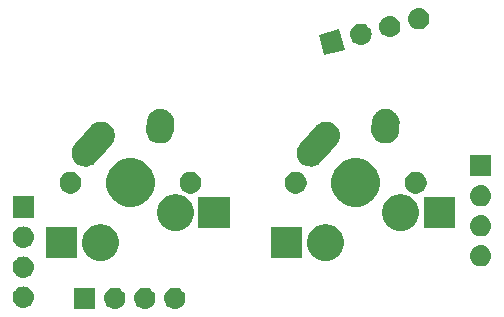
<source format=gbr>
G04 #@! TF.GenerationSoftware,KiCad,Pcbnew,(5.1.4)-1*
G04 #@! TF.CreationDate,2023-06-17T18:33:41-04:00*
G04 #@! TF.ProjectId,ThumbsUp,5468756d-6273-4557-902e-6b696361645f,rev?*
G04 #@! TF.SameCoordinates,Original*
G04 #@! TF.FileFunction,Soldermask,Bot*
G04 #@! TF.FilePolarity,Negative*
%FSLAX46Y46*%
G04 Gerber Fmt 4.6, Leading zero omitted, Abs format (unit mm)*
G04 Created by KiCad (PCBNEW (5.1.4)-1) date 2023-06-17 18:33:41*
%MOMM*%
%LPD*%
G04 APERTURE LIST*
%ADD10C,0.100000*%
G04 APERTURE END LIST*
D10*
G36*
X101321113Y-356280093D02*
G01*
X101387297Y-356286611D01*
X101557136Y-356338131D01*
X101713661Y-356421796D01*
X101733047Y-356437706D01*
X101850856Y-356534388D01*
X101934118Y-356635845D01*
X101963448Y-356671583D01*
X102047113Y-356828108D01*
X102098633Y-356997947D01*
X102116029Y-357174574D01*
X102098633Y-357351201D01*
X102047113Y-357521040D01*
X101963448Y-357677565D01*
X101934118Y-357713303D01*
X101850856Y-357814760D01*
X101749399Y-357898022D01*
X101713661Y-357927352D01*
X101557136Y-358011017D01*
X101387297Y-358062537D01*
X101321113Y-358069055D01*
X101254930Y-358075574D01*
X101166410Y-358075574D01*
X101100227Y-358069055D01*
X101034043Y-358062537D01*
X100864204Y-358011017D01*
X100707679Y-357927352D01*
X100671941Y-357898022D01*
X100570484Y-357814760D01*
X100487222Y-357713303D01*
X100457892Y-357677565D01*
X100374227Y-357521040D01*
X100322707Y-357351201D01*
X100305311Y-357174574D01*
X100322707Y-356997947D01*
X100374227Y-356828108D01*
X100457892Y-356671583D01*
X100487222Y-356635845D01*
X100570484Y-356534388D01*
X100688293Y-356437706D01*
X100707679Y-356421796D01*
X100864204Y-356338131D01*
X101034043Y-356286611D01*
X101100227Y-356280093D01*
X101166410Y-356273574D01*
X101254930Y-356273574D01*
X101321113Y-356280093D01*
X101321113Y-356280093D01*
G37*
G36*
X103861113Y-356280093D02*
G01*
X103927297Y-356286611D01*
X104097136Y-356338131D01*
X104253661Y-356421796D01*
X104273047Y-356437706D01*
X104390856Y-356534388D01*
X104474118Y-356635845D01*
X104503448Y-356671583D01*
X104587113Y-356828108D01*
X104638633Y-356997947D01*
X104656029Y-357174574D01*
X104638633Y-357351201D01*
X104587113Y-357521040D01*
X104503448Y-357677565D01*
X104474118Y-357713303D01*
X104390856Y-357814760D01*
X104289399Y-357898022D01*
X104253661Y-357927352D01*
X104097136Y-358011017D01*
X103927297Y-358062537D01*
X103861113Y-358069055D01*
X103794930Y-358075574D01*
X103706410Y-358075574D01*
X103640227Y-358069055D01*
X103574043Y-358062537D01*
X103404204Y-358011017D01*
X103247679Y-357927352D01*
X103211941Y-357898022D01*
X103110484Y-357814760D01*
X103027222Y-357713303D01*
X102997892Y-357677565D01*
X102914227Y-357521040D01*
X102862707Y-357351201D01*
X102845311Y-357174574D01*
X102862707Y-356997947D01*
X102914227Y-356828108D01*
X102997892Y-356671583D01*
X103027222Y-356635845D01*
X103110484Y-356534388D01*
X103228293Y-356437706D01*
X103247679Y-356421796D01*
X103404204Y-356338131D01*
X103574043Y-356286611D01*
X103640227Y-356280093D01*
X103706410Y-356273574D01*
X103794930Y-356273574D01*
X103861113Y-356280093D01*
X103861113Y-356280093D01*
G37*
G36*
X106401113Y-356280093D02*
G01*
X106467297Y-356286611D01*
X106637136Y-356338131D01*
X106793661Y-356421796D01*
X106813047Y-356437706D01*
X106930856Y-356534388D01*
X107014118Y-356635845D01*
X107043448Y-356671583D01*
X107127113Y-356828108D01*
X107178633Y-356997947D01*
X107196029Y-357174574D01*
X107178633Y-357351201D01*
X107127113Y-357521040D01*
X107043448Y-357677565D01*
X107014118Y-357713303D01*
X106930856Y-357814760D01*
X106829399Y-357898022D01*
X106793661Y-357927352D01*
X106637136Y-358011017D01*
X106467297Y-358062537D01*
X106401113Y-358069055D01*
X106334930Y-358075574D01*
X106246410Y-358075574D01*
X106180227Y-358069055D01*
X106114043Y-358062537D01*
X105944204Y-358011017D01*
X105787679Y-357927352D01*
X105751941Y-357898022D01*
X105650484Y-357814760D01*
X105567222Y-357713303D01*
X105537892Y-357677565D01*
X105454227Y-357521040D01*
X105402707Y-357351201D01*
X105385311Y-357174574D01*
X105402707Y-356997947D01*
X105454227Y-356828108D01*
X105537892Y-356671583D01*
X105567222Y-356635845D01*
X105650484Y-356534388D01*
X105768293Y-356437706D01*
X105787679Y-356421796D01*
X105944204Y-356338131D01*
X106114043Y-356286611D01*
X106180227Y-356280093D01*
X106246410Y-356273574D01*
X106334930Y-356273574D01*
X106401113Y-356280093D01*
X106401113Y-356280093D01*
G37*
G36*
X99571670Y-358075574D02*
G01*
X97769670Y-358075574D01*
X97769670Y-356273574D01*
X99571670Y-356273574D01*
X99571670Y-358075574D01*
X99571670Y-358075574D01*
G37*
G36*
X93573822Y-356183410D02*
G01*
X93640007Y-356189929D01*
X93809846Y-356241449D01*
X93966371Y-356325114D01*
X93982232Y-356338131D01*
X94103566Y-356437706D01*
X94186828Y-356539163D01*
X94216158Y-356574901D01*
X94299823Y-356731426D01*
X94351343Y-356901265D01*
X94368739Y-357077892D01*
X94351343Y-357254519D01*
X94299823Y-357424358D01*
X94216158Y-357580883D01*
X94186828Y-357616621D01*
X94103566Y-357718078D01*
X94002109Y-357801340D01*
X93966371Y-357830670D01*
X93809846Y-357914335D01*
X93640007Y-357965855D01*
X93573823Y-357972373D01*
X93507640Y-357978892D01*
X93419120Y-357978892D01*
X93352937Y-357972373D01*
X93286753Y-357965855D01*
X93116914Y-357914335D01*
X92960389Y-357830670D01*
X92924651Y-357801340D01*
X92823194Y-357718078D01*
X92739932Y-357616621D01*
X92710602Y-357580883D01*
X92626937Y-357424358D01*
X92575417Y-357254519D01*
X92558021Y-357077892D01*
X92575417Y-356901265D01*
X92626937Y-356731426D01*
X92710602Y-356574901D01*
X92739932Y-356539163D01*
X92823194Y-356437706D01*
X92944528Y-356338131D01*
X92960389Y-356325114D01*
X93116914Y-356241449D01*
X93286753Y-356189929D01*
X93352938Y-356183410D01*
X93419120Y-356176892D01*
X93507640Y-356176892D01*
X93573822Y-356183410D01*
X93573822Y-356183410D01*
G37*
G36*
X93573822Y-353643410D02*
G01*
X93640007Y-353649929D01*
X93809846Y-353701449D01*
X93966371Y-353785114D01*
X94002109Y-353814444D01*
X94103566Y-353897706D01*
X94155884Y-353961457D01*
X94216158Y-354034901D01*
X94299823Y-354191426D01*
X94351343Y-354361265D01*
X94368739Y-354537892D01*
X94351343Y-354714519D01*
X94299823Y-354884358D01*
X94216158Y-355040883D01*
X94186828Y-355076621D01*
X94103566Y-355178078D01*
X94002109Y-355261340D01*
X93966371Y-355290670D01*
X93809846Y-355374335D01*
X93640007Y-355425855D01*
X93573822Y-355432374D01*
X93507640Y-355438892D01*
X93419120Y-355438892D01*
X93352938Y-355432374D01*
X93286753Y-355425855D01*
X93116914Y-355374335D01*
X92960389Y-355290670D01*
X92924651Y-355261340D01*
X92823194Y-355178078D01*
X92739932Y-355076621D01*
X92710602Y-355040883D01*
X92626937Y-354884358D01*
X92575417Y-354714519D01*
X92558021Y-354537892D01*
X92575417Y-354361265D01*
X92626937Y-354191426D01*
X92710602Y-354034901D01*
X92770876Y-353961457D01*
X92823194Y-353897706D01*
X92924651Y-353814444D01*
X92960389Y-353785114D01*
X93116914Y-353701449D01*
X93286753Y-353649929D01*
X93352938Y-353643410D01*
X93419120Y-353636892D01*
X93507640Y-353636892D01*
X93573822Y-353643410D01*
X93573822Y-353643410D01*
G37*
G36*
X132292302Y-352684232D02*
G01*
X132358486Y-352690750D01*
X132528325Y-352742270D01*
X132684850Y-352825935D01*
X132695084Y-352834334D01*
X132822045Y-352938527D01*
X132905307Y-353039984D01*
X132934637Y-353075722D01*
X133018302Y-353232247D01*
X133069822Y-353402086D01*
X133087218Y-353578713D01*
X133069822Y-353755340D01*
X133018302Y-353925179D01*
X132934637Y-354081704D01*
X132905307Y-354117442D01*
X132822045Y-354218899D01*
X132720588Y-354302161D01*
X132684850Y-354331491D01*
X132528325Y-354415156D01*
X132358486Y-354466676D01*
X132292302Y-354473194D01*
X132226119Y-354479713D01*
X132137599Y-354479713D01*
X132071416Y-354473194D01*
X132005232Y-354466676D01*
X131835393Y-354415156D01*
X131678868Y-354331491D01*
X131643130Y-354302161D01*
X131541673Y-354218899D01*
X131458411Y-354117442D01*
X131429081Y-354081704D01*
X131345416Y-353925179D01*
X131293896Y-353755340D01*
X131276500Y-353578713D01*
X131293896Y-353402086D01*
X131345416Y-353232247D01*
X131429081Y-353075722D01*
X131458411Y-353039984D01*
X131541673Y-352938527D01*
X131668634Y-352834334D01*
X131678868Y-352825935D01*
X131835393Y-352742270D01*
X132005232Y-352690750D01*
X132071416Y-352684232D01*
X132137599Y-352677713D01*
X132226119Y-352677713D01*
X132292302Y-352684232D01*
X132292302Y-352684232D01*
G37*
G36*
X119362585Y-350948863D02*
G01*
X119512410Y-350978665D01*
X119794674Y-351095582D01*
X120048705Y-351265320D01*
X120264741Y-351481356D01*
X120434479Y-351735387D01*
X120551396Y-352017651D01*
X120551396Y-352017652D01*
X120611000Y-352317300D01*
X120611000Y-352622822D01*
X120607965Y-352638078D01*
X120551396Y-352922471D01*
X120434479Y-353204735D01*
X120264741Y-353458766D01*
X120048705Y-353674802D01*
X119794674Y-353844540D01*
X119512410Y-353961457D01*
X119362585Y-353991259D01*
X119212761Y-354021061D01*
X118907239Y-354021061D01*
X118757415Y-353991259D01*
X118607590Y-353961457D01*
X118325326Y-353844540D01*
X118071295Y-353674802D01*
X117855259Y-353458766D01*
X117685521Y-353204735D01*
X117568604Y-352922471D01*
X117512035Y-352638078D01*
X117509000Y-352622822D01*
X117509000Y-352317300D01*
X117568604Y-352017652D01*
X117568604Y-352017651D01*
X117685521Y-351735387D01*
X117855259Y-351481356D01*
X118071295Y-351265320D01*
X118325326Y-351095582D01*
X118607590Y-350978665D01*
X118757415Y-350948863D01*
X118907239Y-350919061D01*
X119212761Y-350919061D01*
X119362585Y-350948863D01*
X119362585Y-350948863D01*
G37*
G36*
X100298631Y-350948863D02*
G01*
X100448456Y-350978665D01*
X100730720Y-351095582D01*
X100984751Y-351265320D01*
X101200787Y-351481356D01*
X101370525Y-351735387D01*
X101487442Y-352017651D01*
X101487442Y-352017652D01*
X101547046Y-352317300D01*
X101547046Y-352622822D01*
X101544011Y-352638078D01*
X101487442Y-352922471D01*
X101370525Y-353204735D01*
X101200787Y-353458766D01*
X100984751Y-353674802D01*
X100730720Y-353844540D01*
X100448456Y-353961457D01*
X100298631Y-353991259D01*
X100148807Y-354021061D01*
X99843285Y-354021061D01*
X99693461Y-353991259D01*
X99543636Y-353961457D01*
X99261372Y-353844540D01*
X99007341Y-353674802D01*
X98791305Y-353458766D01*
X98621567Y-353204735D01*
X98504650Y-352922471D01*
X98448081Y-352638078D01*
X98445046Y-352622822D01*
X98445046Y-352317300D01*
X98504650Y-352017652D01*
X98504650Y-352017651D01*
X98621567Y-351735387D01*
X98791305Y-351481356D01*
X99007341Y-351265320D01*
X99261372Y-351095582D01*
X99543636Y-350978665D01*
X99693461Y-350948863D01*
X99843285Y-350919061D01*
X100148807Y-350919061D01*
X100298631Y-350948863D01*
X100298631Y-350948863D01*
G37*
G36*
X98020046Y-353771061D02*
G01*
X95368046Y-353771061D01*
X95368046Y-351169061D01*
X98020046Y-351169061D01*
X98020046Y-353771061D01*
X98020046Y-353771061D01*
G37*
G36*
X117084000Y-353771061D02*
G01*
X114432000Y-353771061D01*
X114432000Y-351169061D01*
X117084000Y-351169061D01*
X117084000Y-353771061D01*
X117084000Y-353771061D01*
G37*
G36*
X93573823Y-351103411D02*
G01*
X93640007Y-351109929D01*
X93809846Y-351161449D01*
X93966371Y-351245114D01*
X93990992Y-351265320D01*
X94103566Y-351357706D01*
X94155884Y-351421457D01*
X94216158Y-351494901D01*
X94299823Y-351651426D01*
X94351343Y-351821265D01*
X94368739Y-351997892D01*
X94351343Y-352174519D01*
X94299823Y-352344358D01*
X94216158Y-352500883D01*
X94186828Y-352536621D01*
X94103566Y-352638078D01*
X94002109Y-352721340D01*
X93966371Y-352750670D01*
X93809846Y-352834335D01*
X93640007Y-352885855D01*
X93573823Y-352892373D01*
X93507640Y-352898892D01*
X93419120Y-352898892D01*
X93352937Y-352892373D01*
X93286753Y-352885855D01*
X93116914Y-352834335D01*
X92960389Y-352750670D01*
X92924651Y-352721340D01*
X92823194Y-352638078D01*
X92739932Y-352536621D01*
X92710602Y-352500883D01*
X92626937Y-352344358D01*
X92575417Y-352174519D01*
X92558021Y-351997892D01*
X92575417Y-351821265D01*
X92626937Y-351651426D01*
X92710602Y-351494901D01*
X92770876Y-351421457D01*
X92823194Y-351357706D01*
X92935768Y-351265320D01*
X92960389Y-351245114D01*
X93116914Y-351161449D01*
X93286753Y-351109929D01*
X93352937Y-351103411D01*
X93419120Y-351096892D01*
X93507640Y-351096892D01*
X93573823Y-351103411D01*
X93573823Y-351103411D01*
G37*
G36*
X132292301Y-350144231D02*
G01*
X132358486Y-350150750D01*
X132528325Y-350202270D01*
X132684850Y-350285935D01*
X132720588Y-350315265D01*
X132822045Y-350398527D01*
X132905307Y-350499984D01*
X132934637Y-350535722D01*
X133018302Y-350692247D01*
X133069822Y-350862086D01*
X133087218Y-351038713D01*
X133069822Y-351215340D01*
X133018302Y-351385179D01*
X132934637Y-351541704D01*
X132905307Y-351577442D01*
X132822045Y-351678899D01*
X132720588Y-351762161D01*
X132684850Y-351791491D01*
X132528325Y-351875156D01*
X132358486Y-351926676D01*
X132292302Y-351933194D01*
X132226119Y-351939713D01*
X132137599Y-351939713D01*
X132071416Y-351933194D01*
X132005232Y-351926676D01*
X131835393Y-351875156D01*
X131678868Y-351791491D01*
X131643130Y-351762161D01*
X131541673Y-351678899D01*
X131458411Y-351577442D01*
X131429081Y-351541704D01*
X131345416Y-351385179D01*
X131293896Y-351215340D01*
X131276500Y-351038713D01*
X131293896Y-350862086D01*
X131345416Y-350692247D01*
X131429081Y-350535722D01*
X131458411Y-350499984D01*
X131541673Y-350398527D01*
X131643130Y-350315265D01*
X131678868Y-350285935D01*
X131835393Y-350202270D01*
X132005232Y-350150750D01*
X132071417Y-350144231D01*
X132137599Y-350137713D01*
X132226119Y-350137713D01*
X132292301Y-350144231D01*
X132292301Y-350144231D01*
G37*
G36*
X106648631Y-348408863D02*
G01*
X106798456Y-348438665D01*
X107080720Y-348555582D01*
X107334751Y-348725320D01*
X107550787Y-348941356D01*
X107720525Y-349195387D01*
X107837442Y-349477651D01*
X107897046Y-349777301D01*
X107897046Y-350082821D01*
X107837442Y-350382471D01*
X107720525Y-350664735D01*
X107550787Y-350918766D01*
X107334751Y-351134802D01*
X107080720Y-351304540D01*
X106798456Y-351421457D01*
X106648631Y-351451259D01*
X106498807Y-351481061D01*
X106193285Y-351481061D01*
X106043461Y-351451259D01*
X105893636Y-351421457D01*
X105611372Y-351304540D01*
X105357341Y-351134802D01*
X105141305Y-350918766D01*
X104971567Y-350664735D01*
X104854650Y-350382471D01*
X104795046Y-350082821D01*
X104795046Y-349777301D01*
X104854650Y-349477651D01*
X104971567Y-349195387D01*
X105141305Y-348941356D01*
X105357341Y-348725320D01*
X105611372Y-348555582D01*
X105893636Y-348438665D01*
X106043461Y-348408863D01*
X106193285Y-348379061D01*
X106498807Y-348379061D01*
X106648631Y-348408863D01*
X106648631Y-348408863D01*
G37*
G36*
X125712585Y-348408863D02*
G01*
X125862410Y-348438665D01*
X126144674Y-348555582D01*
X126398705Y-348725320D01*
X126614741Y-348941356D01*
X126784479Y-349195387D01*
X126901396Y-349477651D01*
X126961000Y-349777301D01*
X126961000Y-350082821D01*
X126901396Y-350382471D01*
X126784479Y-350664735D01*
X126614741Y-350918766D01*
X126398705Y-351134802D01*
X126144674Y-351304540D01*
X125862410Y-351421457D01*
X125712585Y-351451259D01*
X125562761Y-351481061D01*
X125257239Y-351481061D01*
X125107415Y-351451259D01*
X124957590Y-351421457D01*
X124675326Y-351304540D01*
X124421295Y-351134802D01*
X124205259Y-350918766D01*
X124035521Y-350664735D01*
X123918604Y-350382471D01*
X123859000Y-350082821D01*
X123859000Y-349777301D01*
X123918604Y-349477651D01*
X124035521Y-349195387D01*
X124205259Y-348941356D01*
X124421295Y-348725320D01*
X124675326Y-348555582D01*
X124957590Y-348438665D01*
X125107415Y-348408863D01*
X125257239Y-348379061D01*
X125562761Y-348379061D01*
X125712585Y-348408863D01*
X125712585Y-348408863D01*
G37*
G36*
X110947046Y-351231061D02*
G01*
X108295046Y-351231061D01*
X108295046Y-348629061D01*
X110947046Y-348629061D01*
X110947046Y-351231061D01*
X110947046Y-351231061D01*
G37*
G36*
X130011000Y-351231061D02*
G01*
X127359000Y-351231061D01*
X127359000Y-348629061D01*
X130011000Y-348629061D01*
X130011000Y-351231061D01*
X130011000Y-351231061D01*
G37*
G36*
X94364380Y-350358892D02*
G01*
X92562380Y-350358892D01*
X92562380Y-348556892D01*
X94364380Y-348556892D01*
X94364380Y-350358892D01*
X94364380Y-350358892D01*
G37*
G36*
X122196474Y-345423745D02*
G01*
X122414474Y-345514044D01*
X122568623Y-345577894D01*
X122903548Y-345801684D01*
X123188377Y-346086513D01*
X123412167Y-346421438D01*
X123444562Y-346499647D01*
X123566316Y-346793587D01*
X123644900Y-347188655D01*
X123644900Y-347591467D01*
X123566316Y-347986535D01*
X123497676Y-348152247D01*
X123412167Y-348358684D01*
X123188377Y-348693609D01*
X122903548Y-348978438D01*
X122568623Y-349202228D01*
X122414474Y-349266078D01*
X122196474Y-349356377D01*
X121801406Y-349434961D01*
X121398594Y-349434961D01*
X121003526Y-349356377D01*
X120785526Y-349266078D01*
X120631377Y-349202228D01*
X120296452Y-348978438D01*
X120011623Y-348693609D01*
X119787833Y-348358684D01*
X119702324Y-348152247D01*
X119633684Y-347986535D01*
X119555100Y-347591467D01*
X119555100Y-347188655D01*
X119633684Y-346793587D01*
X119755438Y-346499647D01*
X119787833Y-346421438D01*
X120011623Y-346086513D01*
X120296452Y-345801684D01*
X120631377Y-345577894D01*
X120785526Y-345514044D01*
X121003526Y-345423745D01*
X121398594Y-345345161D01*
X121801406Y-345345161D01*
X122196474Y-345423745D01*
X122196474Y-345423745D01*
G37*
G36*
X103132520Y-345423745D02*
G01*
X103350520Y-345514044D01*
X103504669Y-345577894D01*
X103839594Y-345801684D01*
X104124423Y-346086513D01*
X104348213Y-346421438D01*
X104380608Y-346499647D01*
X104502362Y-346793587D01*
X104580946Y-347188655D01*
X104580946Y-347591467D01*
X104502362Y-347986535D01*
X104433722Y-348152247D01*
X104348213Y-348358684D01*
X104124423Y-348693609D01*
X103839594Y-348978438D01*
X103504669Y-349202228D01*
X103350520Y-349266078D01*
X103132520Y-349356377D01*
X102737452Y-349434961D01*
X102334640Y-349434961D01*
X101939572Y-349356377D01*
X101721572Y-349266078D01*
X101567423Y-349202228D01*
X101232498Y-348978438D01*
X100947669Y-348693609D01*
X100723879Y-348358684D01*
X100638370Y-348152247D01*
X100569730Y-347986535D01*
X100491146Y-347591467D01*
X100491146Y-347188655D01*
X100569730Y-346793587D01*
X100691484Y-346499647D01*
X100723879Y-346421438D01*
X100947669Y-346086513D01*
X101232498Y-345801684D01*
X101567423Y-345577894D01*
X101721572Y-345514044D01*
X101939572Y-345423745D01*
X102334640Y-345345161D01*
X102737452Y-345345161D01*
X103132520Y-345423745D01*
X103132520Y-345423745D01*
G37*
G36*
X132292301Y-347604231D02*
G01*
X132358486Y-347610750D01*
X132528325Y-347662270D01*
X132684850Y-347745935D01*
X132720588Y-347775265D01*
X132822045Y-347858527D01*
X132905307Y-347959984D01*
X132934637Y-347995722D01*
X133018302Y-348152247D01*
X133069822Y-348322086D01*
X133087218Y-348498713D01*
X133069822Y-348675340D01*
X133018302Y-348845179D01*
X132934637Y-349001704D01*
X132905307Y-349037442D01*
X132822045Y-349138899D01*
X132744877Y-349202228D01*
X132684850Y-349251491D01*
X132528325Y-349335156D01*
X132358486Y-349386676D01*
X132292301Y-349393195D01*
X132226119Y-349399713D01*
X132137599Y-349399713D01*
X132071417Y-349393195D01*
X132005232Y-349386676D01*
X131835393Y-349335156D01*
X131678868Y-349251491D01*
X131618841Y-349202228D01*
X131541673Y-349138899D01*
X131458411Y-349037442D01*
X131429081Y-349001704D01*
X131345416Y-348845179D01*
X131293896Y-348675340D01*
X131276500Y-348498713D01*
X131293896Y-348322086D01*
X131345416Y-348152247D01*
X131429081Y-347995722D01*
X131458411Y-347959984D01*
X131541673Y-347858527D01*
X131643130Y-347775265D01*
X131678868Y-347745935D01*
X131835393Y-347662270D01*
X132005232Y-347610750D01*
X132071417Y-347604231D01*
X132137599Y-347597713D01*
X132226119Y-347597713D01*
X132292301Y-347604231D01*
X132292301Y-347604231D01*
G37*
G36*
X116790104Y-346499646D02*
G01*
X116958626Y-346569450D01*
X117110291Y-346670789D01*
X117239272Y-346799770D01*
X117340611Y-346951435D01*
X117410415Y-347119957D01*
X117446000Y-347298858D01*
X117446000Y-347481264D01*
X117410415Y-347660165D01*
X117340611Y-347828687D01*
X117239272Y-347980352D01*
X117110291Y-348109333D01*
X116958626Y-348210672D01*
X116790104Y-348280476D01*
X116611203Y-348316061D01*
X116428797Y-348316061D01*
X116249896Y-348280476D01*
X116081374Y-348210672D01*
X115929709Y-348109333D01*
X115800728Y-347980352D01*
X115699389Y-347828687D01*
X115629585Y-347660165D01*
X115594000Y-347481264D01*
X115594000Y-347298858D01*
X115629585Y-347119957D01*
X115699389Y-346951435D01*
X115800728Y-346799770D01*
X115929709Y-346670789D01*
X116081374Y-346569450D01*
X116249896Y-346499646D01*
X116428797Y-346464061D01*
X116611203Y-346464061D01*
X116790104Y-346499646D01*
X116790104Y-346499646D01*
G37*
G36*
X126950104Y-346499646D02*
G01*
X127118626Y-346569450D01*
X127270291Y-346670789D01*
X127399272Y-346799770D01*
X127500611Y-346951435D01*
X127570415Y-347119957D01*
X127606000Y-347298858D01*
X127606000Y-347481264D01*
X127570415Y-347660165D01*
X127500611Y-347828687D01*
X127399272Y-347980352D01*
X127270291Y-348109333D01*
X127118626Y-348210672D01*
X126950104Y-348280476D01*
X126771203Y-348316061D01*
X126588797Y-348316061D01*
X126409896Y-348280476D01*
X126241374Y-348210672D01*
X126089709Y-348109333D01*
X125960728Y-347980352D01*
X125859389Y-347828687D01*
X125789585Y-347660165D01*
X125754000Y-347481264D01*
X125754000Y-347298858D01*
X125789585Y-347119957D01*
X125859389Y-346951435D01*
X125960728Y-346799770D01*
X126089709Y-346670789D01*
X126241374Y-346569450D01*
X126409896Y-346499646D01*
X126588797Y-346464061D01*
X126771203Y-346464061D01*
X126950104Y-346499646D01*
X126950104Y-346499646D01*
G37*
G36*
X107886150Y-346499646D02*
G01*
X108054672Y-346569450D01*
X108206337Y-346670789D01*
X108335318Y-346799770D01*
X108436657Y-346951435D01*
X108506461Y-347119957D01*
X108542046Y-347298858D01*
X108542046Y-347481264D01*
X108506461Y-347660165D01*
X108436657Y-347828687D01*
X108335318Y-347980352D01*
X108206337Y-348109333D01*
X108054672Y-348210672D01*
X107886150Y-348280476D01*
X107707249Y-348316061D01*
X107524843Y-348316061D01*
X107345942Y-348280476D01*
X107177420Y-348210672D01*
X107025755Y-348109333D01*
X106896774Y-347980352D01*
X106795435Y-347828687D01*
X106725631Y-347660165D01*
X106690046Y-347481264D01*
X106690046Y-347298858D01*
X106725631Y-347119957D01*
X106795435Y-346951435D01*
X106896774Y-346799770D01*
X107025755Y-346670789D01*
X107177420Y-346569450D01*
X107345942Y-346499646D01*
X107524843Y-346464061D01*
X107707249Y-346464061D01*
X107886150Y-346499646D01*
X107886150Y-346499646D01*
G37*
G36*
X97726150Y-346499646D02*
G01*
X97894672Y-346569450D01*
X98046337Y-346670789D01*
X98175318Y-346799770D01*
X98276657Y-346951435D01*
X98346461Y-347119957D01*
X98382046Y-347298858D01*
X98382046Y-347481264D01*
X98346461Y-347660165D01*
X98276657Y-347828687D01*
X98175318Y-347980352D01*
X98046337Y-348109333D01*
X97894672Y-348210672D01*
X97726150Y-348280476D01*
X97547249Y-348316061D01*
X97364843Y-348316061D01*
X97185942Y-348280476D01*
X97017420Y-348210672D01*
X96865755Y-348109333D01*
X96736774Y-347980352D01*
X96635435Y-347828687D01*
X96565631Y-347660165D01*
X96530046Y-347481264D01*
X96530046Y-347298858D01*
X96565631Y-347119957D01*
X96635435Y-346951435D01*
X96736774Y-346799770D01*
X96865755Y-346670789D01*
X97017420Y-346569450D01*
X97185942Y-346499646D01*
X97364843Y-346464061D01*
X97547249Y-346464061D01*
X97726150Y-346499646D01*
X97726150Y-346499646D01*
G37*
G36*
X133082859Y-346859713D02*
G01*
X131280859Y-346859713D01*
X131280859Y-345057713D01*
X133082859Y-345057713D01*
X133082859Y-346859713D01*
X133082859Y-346859713D01*
G37*
G36*
X100059251Y-342213942D02*
G01*
X100064691Y-342214061D01*
X100151874Y-342214061D01*
X100168143Y-342217297D01*
X100187002Y-342219576D01*
X100203578Y-342220307D01*
X100288269Y-342241071D01*
X100293564Y-342242245D01*
X100379073Y-342259254D01*
X100394408Y-342265606D01*
X100412447Y-342271516D01*
X100428567Y-342275468D01*
X100507550Y-342312341D01*
X100512540Y-342314538D01*
X100593091Y-342347903D01*
X100606887Y-342357121D01*
X100623439Y-342366443D01*
X100638472Y-342373461D01*
X100708740Y-342425032D01*
X100713238Y-342428183D01*
X100785702Y-342476602D01*
X100797429Y-342488329D01*
X100811855Y-342500709D01*
X100825225Y-342510522D01*
X100825226Y-342510523D01*
X100884067Y-342574794D01*
X100887875Y-342578775D01*
X100949505Y-342640405D01*
X100958720Y-342654196D01*
X100970442Y-342669139D01*
X100981651Y-342681382D01*
X101026845Y-342755935D01*
X101029792Y-342760562D01*
X101078204Y-342833016D01*
X101084551Y-342848338D01*
X101093138Y-342865292D01*
X101101737Y-342879478D01*
X101131524Y-342961429D01*
X101133498Y-342966509D01*
X101166853Y-343047034D01*
X101166853Y-343047035D01*
X101170087Y-343063294D01*
X101175204Y-343081603D01*
X101180871Y-343097195D01*
X101194101Y-343183406D01*
X101195047Y-343188774D01*
X101212046Y-343274234D01*
X101212046Y-343290813D01*
X101213490Y-343309753D01*
X101216009Y-343326165D01*
X101212166Y-343413310D01*
X101212046Y-343418750D01*
X101212046Y-343505886D01*
X101208812Y-343522144D01*
X101206534Y-343541002D01*
X101205802Y-343557592D01*
X101185034Y-343642298D01*
X101183858Y-343647598D01*
X101166853Y-343733088D01*
X101160503Y-343748418D01*
X101154595Y-343766454D01*
X101150641Y-343782581D01*
X101113757Y-343861587D01*
X101111557Y-343866584D01*
X101078204Y-343947106D01*
X101068990Y-343960896D01*
X101059668Y-343977448D01*
X101052648Y-343992485D01*
X101001057Y-344062781D01*
X100997912Y-344067271D01*
X100949507Y-344139715D01*
X100892506Y-344196716D01*
X100887857Y-344201624D01*
X100456357Y-344682531D01*
X99562769Y-345678437D01*
X99434725Y-345795663D01*
X99335677Y-345855706D01*
X99236629Y-345915750D01*
X99018912Y-345994884D01*
X98789941Y-346030022D01*
X98558516Y-346019815D01*
X98333527Y-345964654D01*
X98228773Y-345915750D01*
X98123625Y-345866663D01*
X98026884Y-345795663D01*
X97936869Y-345729600D01*
X97862440Y-345648302D01*
X97780444Y-345558740D01*
X97698610Y-345423746D01*
X97660357Y-345360644D01*
X97581223Y-345142927D01*
X97546085Y-344913956D01*
X97556292Y-344682531D01*
X97611453Y-344457542D01*
X97663018Y-344347089D01*
X97709444Y-344247641D01*
X97709446Y-344247638D01*
X97812160Y-344107683D01*
X98567291Y-343266088D01*
X99098833Y-342673682D01*
X99109727Y-342659650D01*
X99122585Y-342640407D01*
X99179619Y-342583373D01*
X99184269Y-342578464D01*
X99199324Y-342561685D01*
X99220747Y-342542072D01*
X99224728Y-342538264D01*
X99286392Y-342476600D01*
X99300189Y-342467381D01*
X99315148Y-342455646D01*
X99327367Y-342444459D01*
X99359431Y-342425022D01*
X99401876Y-342399292D01*
X99406467Y-342396369D01*
X99479001Y-342347903D01*
X99494346Y-342341547D01*
X99511294Y-342332962D01*
X99525462Y-342324373D01*
X99525463Y-342324373D01*
X99525464Y-342324372D01*
X99607358Y-342294606D01*
X99612456Y-342292624D01*
X99693019Y-342259254D01*
X99709298Y-342256016D01*
X99727588Y-342250905D01*
X99743181Y-342245238D01*
X99829346Y-342232015D01*
X99834709Y-342231070D01*
X99920219Y-342214061D01*
X99936812Y-342214061D01*
X99955755Y-342212616D01*
X99972152Y-342210100D01*
X100059251Y-342213942D01*
X100059251Y-342213942D01*
G37*
G36*
X119123205Y-342213942D02*
G01*
X119128645Y-342214061D01*
X119215828Y-342214061D01*
X119232097Y-342217297D01*
X119250956Y-342219576D01*
X119267532Y-342220307D01*
X119352223Y-342241071D01*
X119357518Y-342242245D01*
X119443027Y-342259254D01*
X119458362Y-342265606D01*
X119476401Y-342271516D01*
X119492521Y-342275468D01*
X119571504Y-342312341D01*
X119576494Y-342314538D01*
X119657045Y-342347903D01*
X119670841Y-342357121D01*
X119687393Y-342366443D01*
X119702426Y-342373461D01*
X119772694Y-342425032D01*
X119777192Y-342428183D01*
X119849656Y-342476602D01*
X119861383Y-342488329D01*
X119875809Y-342500709D01*
X119889179Y-342510522D01*
X119889180Y-342510523D01*
X119948021Y-342574794D01*
X119951829Y-342578775D01*
X120013459Y-342640405D01*
X120022674Y-342654196D01*
X120034396Y-342669139D01*
X120045605Y-342681382D01*
X120090799Y-342755935D01*
X120093746Y-342760562D01*
X120142158Y-342833016D01*
X120148505Y-342848338D01*
X120157092Y-342865292D01*
X120165691Y-342879478D01*
X120195478Y-342961429D01*
X120197452Y-342966509D01*
X120230807Y-343047034D01*
X120230807Y-343047035D01*
X120234041Y-343063294D01*
X120239158Y-343081603D01*
X120244825Y-343097195D01*
X120258055Y-343183406D01*
X120259001Y-343188774D01*
X120276000Y-343274234D01*
X120276000Y-343290813D01*
X120277444Y-343309753D01*
X120279963Y-343326165D01*
X120276120Y-343413310D01*
X120276000Y-343418750D01*
X120276000Y-343505886D01*
X120272766Y-343522144D01*
X120270488Y-343541002D01*
X120269756Y-343557592D01*
X120248988Y-343642298D01*
X120247812Y-343647598D01*
X120230807Y-343733088D01*
X120224457Y-343748418D01*
X120218549Y-343766454D01*
X120214595Y-343782581D01*
X120177711Y-343861587D01*
X120175511Y-343866584D01*
X120142158Y-343947106D01*
X120132944Y-343960896D01*
X120123622Y-343977448D01*
X120116602Y-343992485D01*
X120065011Y-344062781D01*
X120061866Y-344067271D01*
X120013461Y-344139715D01*
X119956460Y-344196716D01*
X119951811Y-344201624D01*
X119520311Y-344682531D01*
X118626723Y-345678437D01*
X118498679Y-345795663D01*
X118399631Y-345855706D01*
X118300583Y-345915750D01*
X118082866Y-345994884D01*
X117853895Y-346030022D01*
X117622470Y-346019815D01*
X117397481Y-345964654D01*
X117292727Y-345915750D01*
X117187579Y-345866663D01*
X117090838Y-345795663D01*
X117000823Y-345729600D01*
X116926394Y-345648302D01*
X116844398Y-345558740D01*
X116762564Y-345423746D01*
X116724311Y-345360644D01*
X116645177Y-345142927D01*
X116610039Y-344913956D01*
X116620246Y-344682531D01*
X116675407Y-344457542D01*
X116726972Y-344347089D01*
X116773398Y-344247641D01*
X116773400Y-344247638D01*
X116876114Y-344107683D01*
X117631245Y-343266088D01*
X118162787Y-342673682D01*
X118173681Y-342659650D01*
X118186539Y-342640407D01*
X118243573Y-342583373D01*
X118248223Y-342578464D01*
X118263278Y-342561685D01*
X118284701Y-342542072D01*
X118288682Y-342538264D01*
X118350346Y-342476600D01*
X118364143Y-342467381D01*
X118379102Y-342455646D01*
X118391321Y-342444459D01*
X118423385Y-342425022D01*
X118465830Y-342399292D01*
X118470421Y-342396369D01*
X118542955Y-342347903D01*
X118558300Y-342341547D01*
X118575248Y-342332962D01*
X118589416Y-342324373D01*
X118589417Y-342324373D01*
X118589418Y-342324372D01*
X118671312Y-342294606D01*
X118676410Y-342292624D01*
X118756973Y-342259254D01*
X118773252Y-342256016D01*
X118791542Y-342250905D01*
X118807135Y-342245238D01*
X118893300Y-342232015D01*
X118898663Y-342231070D01*
X118984173Y-342214061D01*
X119000766Y-342214061D01*
X119019709Y-342212616D01*
X119036106Y-342210100D01*
X119123205Y-342213942D01*
X119123205Y-342213942D01*
G37*
G36*
X105164173Y-341132322D02*
G01*
X105184946Y-341134061D01*
X105191873Y-341134061D01*
X105286800Y-341152943D01*
X105290394Y-341153603D01*
X105385776Y-341169685D01*
X105392249Y-341172146D01*
X105412274Y-341177902D01*
X105419073Y-341179254D01*
X105481460Y-341205095D01*
X105508489Y-341216291D01*
X105511890Y-341217642D01*
X105602301Y-341252022D01*
X105608173Y-341255701D01*
X105626682Y-341265248D01*
X105633091Y-341267903D01*
X105713609Y-341321703D01*
X105716600Y-341323639D01*
X105798603Y-341375020D01*
X105803630Y-341379761D01*
X105819942Y-341392752D01*
X105825698Y-341396598D01*
X105894156Y-341465056D01*
X105896735Y-341467560D01*
X105967136Y-341533950D01*
X105971141Y-341539580D01*
X105984605Y-341555505D01*
X105989505Y-341560405D01*
X106043290Y-341640900D01*
X106045337Y-341643868D01*
X106101426Y-341722706D01*
X106104260Y-341729019D01*
X106114354Y-341747254D01*
X106118204Y-341753016D01*
X106155266Y-341842491D01*
X106156670Y-341845746D01*
X106196311Y-341934034D01*
X106197861Y-341940786D01*
X106204198Y-341960623D01*
X106206853Y-341967034D01*
X106225738Y-342061978D01*
X106226484Y-342065462D01*
X106248144Y-342159812D01*
X106248144Y-342159815D01*
X106248346Y-342166715D01*
X106250693Y-342187431D01*
X106252046Y-342194235D01*
X106252046Y-342291047D01*
X106252099Y-342294645D01*
X106253234Y-342333338D01*
X106252341Y-342346286D01*
X106252046Y-342354858D01*
X106252046Y-342425887D01*
X106246127Y-342455646D01*
X106245650Y-342458040D01*
X106243546Y-342473811D01*
X106205284Y-343028606D01*
X106176422Y-343199791D01*
X106094084Y-343416316D01*
X105971087Y-343612618D01*
X105812157Y-343781151D01*
X105623401Y-343915441D01*
X105412073Y-344010326D01*
X105186295Y-344062159D01*
X104954744Y-344068950D01*
X104954743Y-344068950D01*
X104909058Y-344061247D01*
X104726316Y-344030437D01*
X104509791Y-343948099D01*
X104313489Y-343825102D01*
X104144956Y-343666172D01*
X104010666Y-343477416D01*
X103915781Y-343266088D01*
X103863948Y-343040310D01*
X103858858Y-342866784D01*
X103899750Y-342273855D01*
X103900046Y-342265257D01*
X103900046Y-342194236D01*
X103918928Y-342099311D01*
X103919590Y-342095706D01*
X103925277Y-342061978D01*
X103935670Y-342000331D01*
X103938131Y-341993860D01*
X103943888Y-341973828D01*
X103945239Y-341967035D01*
X103947889Y-341960637D01*
X103982310Y-341877537D01*
X103983599Y-341874291D01*
X104018008Y-341783806D01*
X104021682Y-341777942D01*
X104031233Y-341759426D01*
X104033888Y-341753016D01*
X104087703Y-341672476D01*
X104089623Y-341669510D01*
X104141005Y-341587504D01*
X104145757Y-341582465D01*
X104158735Y-341566168D01*
X104162583Y-341560409D01*
X104231039Y-341491953D01*
X104233592Y-341489323D01*
X104254069Y-341467609D01*
X104299935Y-341418971D01*
X104305567Y-341414964D01*
X104321493Y-341401499D01*
X104326392Y-341396600D01*
X104406870Y-341342827D01*
X104409852Y-341340771D01*
X104488691Y-341284681D01*
X104495001Y-341281848D01*
X104513240Y-341271752D01*
X104518997Y-341267905D01*
X104519000Y-341267904D01*
X104519001Y-341267903D01*
X104608475Y-341230842D01*
X104611733Y-341229436D01*
X104700019Y-341189796D01*
X104706771Y-341188246D01*
X104726608Y-341181909D01*
X104733019Y-341179254D01*
X104827945Y-341160372D01*
X104831492Y-341159612D01*
X104925797Y-341137962D01*
X104928176Y-341137892D01*
X104932711Y-341137759D01*
X104953427Y-341135412D01*
X104960220Y-341134061D01*
X105057005Y-341134061D01*
X105060630Y-341134008D01*
X105157348Y-341131171D01*
X105164173Y-341132322D01*
X105164173Y-341132322D01*
G37*
G36*
X124228127Y-341132322D02*
G01*
X124248900Y-341134061D01*
X124255827Y-341134061D01*
X124350754Y-341152943D01*
X124354348Y-341153603D01*
X124449730Y-341169685D01*
X124456203Y-341172146D01*
X124476228Y-341177902D01*
X124483027Y-341179254D01*
X124545414Y-341205095D01*
X124572443Y-341216291D01*
X124575844Y-341217642D01*
X124666255Y-341252022D01*
X124672127Y-341255701D01*
X124690636Y-341265248D01*
X124697045Y-341267903D01*
X124777563Y-341321703D01*
X124780554Y-341323639D01*
X124862557Y-341375020D01*
X124867584Y-341379761D01*
X124883896Y-341392752D01*
X124889652Y-341396598D01*
X124958110Y-341465056D01*
X124960689Y-341467560D01*
X125031090Y-341533950D01*
X125035095Y-341539580D01*
X125048559Y-341555505D01*
X125053459Y-341560405D01*
X125107244Y-341640900D01*
X125109291Y-341643868D01*
X125165380Y-341722706D01*
X125168214Y-341729019D01*
X125178308Y-341747254D01*
X125182158Y-341753016D01*
X125219220Y-341842491D01*
X125220624Y-341845746D01*
X125260265Y-341934034D01*
X125261815Y-341940786D01*
X125268152Y-341960623D01*
X125270807Y-341967034D01*
X125289692Y-342061978D01*
X125290438Y-342065462D01*
X125312098Y-342159812D01*
X125312098Y-342159815D01*
X125312300Y-342166715D01*
X125314647Y-342187431D01*
X125316000Y-342194235D01*
X125316000Y-342291047D01*
X125316053Y-342294645D01*
X125317188Y-342333338D01*
X125316295Y-342346286D01*
X125316000Y-342354858D01*
X125316000Y-342425887D01*
X125310081Y-342455646D01*
X125309604Y-342458040D01*
X125307500Y-342473811D01*
X125269238Y-343028606D01*
X125240376Y-343199791D01*
X125158038Y-343416316D01*
X125035041Y-343612618D01*
X124876111Y-343781151D01*
X124687355Y-343915441D01*
X124476027Y-344010326D01*
X124250249Y-344062159D01*
X124018698Y-344068950D01*
X124018697Y-344068950D01*
X123973012Y-344061247D01*
X123790270Y-344030437D01*
X123573745Y-343948099D01*
X123377443Y-343825102D01*
X123208910Y-343666172D01*
X123074620Y-343477416D01*
X122979735Y-343266088D01*
X122927902Y-343040310D01*
X122922812Y-342866784D01*
X122963704Y-342273855D01*
X122964000Y-342265257D01*
X122964000Y-342194236D01*
X122982882Y-342099311D01*
X122983544Y-342095706D01*
X122989231Y-342061978D01*
X122999624Y-342000331D01*
X123002085Y-341993860D01*
X123007842Y-341973828D01*
X123009193Y-341967035D01*
X123011843Y-341960637D01*
X123046264Y-341877537D01*
X123047553Y-341874291D01*
X123081962Y-341783806D01*
X123085636Y-341777942D01*
X123095187Y-341759426D01*
X123097842Y-341753016D01*
X123151657Y-341672476D01*
X123153577Y-341669510D01*
X123204959Y-341587504D01*
X123209711Y-341582465D01*
X123222689Y-341566168D01*
X123226537Y-341560409D01*
X123294993Y-341491953D01*
X123297546Y-341489323D01*
X123318023Y-341467609D01*
X123363889Y-341418971D01*
X123369521Y-341414964D01*
X123385447Y-341401499D01*
X123390346Y-341396600D01*
X123470824Y-341342827D01*
X123473806Y-341340771D01*
X123552645Y-341284681D01*
X123558955Y-341281848D01*
X123577194Y-341271752D01*
X123582951Y-341267905D01*
X123582954Y-341267904D01*
X123582955Y-341267903D01*
X123672429Y-341230842D01*
X123675687Y-341229436D01*
X123763973Y-341189796D01*
X123770725Y-341188246D01*
X123790562Y-341181909D01*
X123796973Y-341179254D01*
X123891899Y-341160372D01*
X123895446Y-341159612D01*
X123989751Y-341137962D01*
X123992130Y-341137892D01*
X123996665Y-341137759D01*
X124017381Y-341135412D01*
X124024174Y-341134061D01*
X124120959Y-341134061D01*
X124124584Y-341134008D01*
X124221302Y-341131171D01*
X124228127Y-341132322D01*
X124228127Y-341132322D01*
G37*
G36*
X120690276Y-336127694D02*
G01*
X118949678Y-336594086D01*
X118483286Y-334853488D01*
X120223884Y-334387096D01*
X120690276Y-336127694D01*
X120690276Y-336127694D01*
G37*
G36*
X122150676Y-333938710D02*
G01*
X122216860Y-333945228D01*
X122386699Y-333996748D01*
X122543224Y-334080413D01*
X122578962Y-334109743D01*
X122680419Y-334193005D01*
X122763681Y-334294462D01*
X122793011Y-334330200D01*
X122876676Y-334486725D01*
X122928196Y-334656564D01*
X122945592Y-334833191D01*
X122928196Y-335009818D01*
X122876676Y-335179657D01*
X122793011Y-335336182D01*
X122763681Y-335371920D01*
X122680419Y-335473377D01*
X122578962Y-335556639D01*
X122543224Y-335585969D01*
X122386699Y-335669634D01*
X122216860Y-335721154D01*
X122150675Y-335727673D01*
X122084493Y-335734191D01*
X121995973Y-335734191D01*
X121929791Y-335727673D01*
X121863606Y-335721154D01*
X121693767Y-335669634D01*
X121537242Y-335585969D01*
X121501504Y-335556639D01*
X121400047Y-335473377D01*
X121316785Y-335371920D01*
X121287455Y-335336182D01*
X121203790Y-335179657D01*
X121152270Y-335009818D01*
X121134874Y-334833191D01*
X121152270Y-334656564D01*
X121203790Y-334486725D01*
X121287455Y-334330200D01*
X121316785Y-334294462D01*
X121400047Y-334193005D01*
X121501504Y-334109743D01*
X121537242Y-334080413D01*
X121693767Y-333996748D01*
X121863606Y-333945228D01*
X121929790Y-333938710D01*
X121995973Y-333932191D01*
X122084493Y-333932191D01*
X122150676Y-333938710D01*
X122150676Y-333938710D01*
G37*
G36*
X124604126Y-333281308D02*
G01*
X124670311Y-333287827D01*
X124840150Y-333339347D01*
X124996675Y-333423012D01*
X125032413Y-333452342D01*
X125133870Y-333535604D01*
X125217132Y-333637061D01*
X125246462Y-333672799D01*
X125330127Y-333829324D01*
X125381647Y-333999163D01*
X125399043Y-334175790D01*
X125381647Y-334352417D01*
X125330127Y-334522256D01*
X125246462Y-334678781D01*
X125217132Y-334714519D01*
X125133870Y-334815976D01*
X125032413Y-334899238D01*
X124996675Y-334928568D01*
X124840150Y-335012233D01*
X124670311Y-335063753D01*
X124604127Y-335070271D01*
X124537944Y-335076790D01*
X124449424Y-335076790D01*
X124383241Y-335070271D01*
X124317057Y-335063753D01*
X124147218Y-335012233D01*
X123990693Y-334928568D01*
X123954955Y-334899238D01*
X123853498Y-334815976D01*
X123770236Y-334714519D01*
X123740906Y-334678781D01*
X123657241Y-334522256D01*
X123605721Y-334352417D01*
X123588325Y-334175790D01*
X123605721Y-333999163D01*
X123657241Y-333829324D01*
X123740906Y-333672799D01*
X123770236Y-333637061D01*
X123853498Y-333535604D01*
X123954955Y-333452342D01*
X123990693Y-333423012D01*
X124147218Y-333339347D01*
X124317057Y-333287827D01*
X124383242Y-333281308D01*
X124449424Y-333274790D01*
X124537944Y-333274790D01*
X124604126Y-333281308D01*
X124604126Y-333281308D01*
G37*
G36*
X127057578Y-332623908D02*
G01*
X127123763Y-332630427D01*
X127293602Y-332681947D01*
X127450127Y-332765612D01*
X127485865Y-332794942D01*
X127587322Y-332878204D01*
X127670584Y-332979661D01*
X127699914Y-333015399D01*
X127783579Y-333171924D01*
X127835099Y-333341763D01*
X127852495Y-333518390D01*
X127835099Y-333695017D01*
X127783579Y-333864856D01*
X127699914Y-334021381D01*
X127670584Y-334057119D01*
X127587322Y-334158576D01*
X127485865Y-334241838D01*
X127450127Y-334271168D01*
X127293602Y-334354833D01*
X127123763Y-334406353D01*
X127057579Y-334412871D01*
X126991396Y-334419390D01*
X126902876Y-334419390D01*
X126836693Y-334412871D01*
X126770509Y-334406353D01*
X126600670Y-334354833D01*
X126444145Y-334271168D01*
X126408407Y-334241838D01*
X126306950Y-334158576D01*
X126223688Y-334057119D01*
X126194358Y-334021381D01*
X126110693Y-333864856D01*
X126059173Y-333695017D01*
X126041777Y-333518390D01*
X126059173Y-333341763D01*
X126110693Y-333171924D01*
X126194358Y-333015399D01*
X126223688Y-332979661D01*
X126306950Y-332878204D01*
X126408407Y-332794942D01*
X126444145Y-332765612D01*
X126600670Y-332681947D01*
X126770509Y-332630427D01*
X126836694Y-332623908D01*
X126902876Y-332617390D01*
X126991396Y-332617390D01*
X127057578Y-332623908D01*
X127057578Y-332623908D01*
G37*
M02*

</source>
